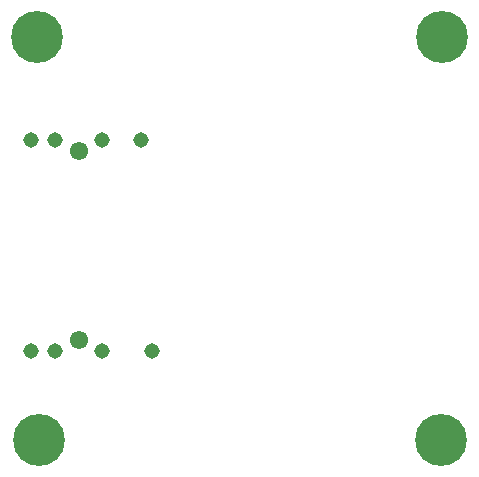
<source format=gbr>
%TF.GenerationSoftware,KiCad,Pcbnew,5.1.10-88a1d61d58~88~ubuntu18.04.1*%
%TF.CreationDate,2021-11-12T10:28:21+07:00*%
%TF.ProjectId,MX8Mx_EVK_MIPI_CSI-TEKNIQUE_OCLEA_OS08A20-ADAPTER,4d58384d-785f-4455-964b-5f4d4950495f,rev?*%
%TF.SameCoordinates,Original*%
%TF.FileFunction,Soldermask,Bot*%
%TF.FilePolarity,Negative*%
%FSLAX46Y46*%
G04 Gerber Fmt 4.6, Leading zero omitted, Abs format (unit mm)*
G04 Created by KiCad (PCBNEW 5.1.10-88a1d61d58~88~ubuntu18.04.1) date 2021-11-12 10:28:21*
%MOMM*%
%LPD*%
G01*
G04 APERTURE LIST*
%ADD10C,4.400000*%
%ADD11C,1.550000*%
%ADD12C,1.308000*%
G04 APERTURE END LIST*
D10*
%TO.C,H4*%
X139646660Y-79181960D03*
%TD*%
%TO.C,H3*%
X139552680Y-113235740D03*
%TD*%
%TO.C,H2*%
X105514140Y-113238280D03*
%TD*%
%TO.C,H1*%
X105389680Y-79164180D03*
%TD*%
D11*
%TO.C,J1*%
X108879400Y-88793500D03*
X108879400Y-104793500D03*
D12*
X114119400Y-87893500D03*
X110879400Y-87893500D03*
X106879400Y-87893500D03*
X104849400Y-87893500D03*
X115119400Y-105693500D03*
X110879400Y-105693500D03*
X106879400Y-105693500D03*
X104849400Y-105693500D03*
%TD*%
M02*

</source>
